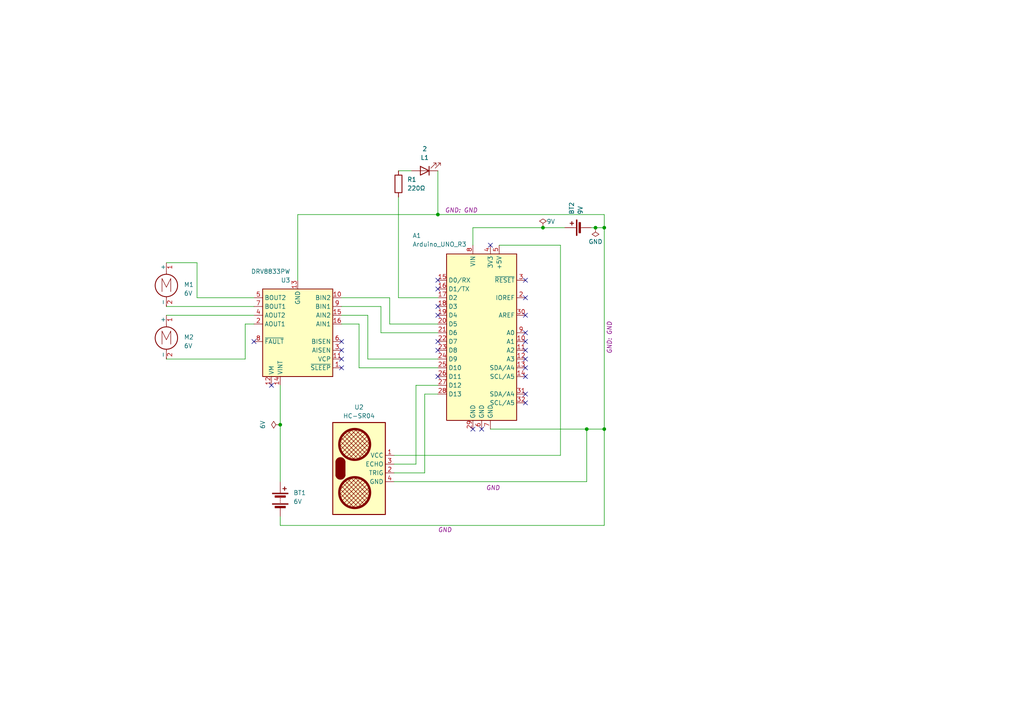
<source format=kicad_sch>
(kicad_sch (version 20250114) (generator "eeschema") (generator_version "9.0")
  (paper "A4")
  (lib_symbols
    (symbol "Device:Battery" (pin_numbers (hide yes)) (pin_names (offset 0) (hide yes))
      (property "Reference" "BT" (at 2.54 2.54 0))
      (property "Value" "Battery" (at 2.54 0 0))
      (symbol "Battery_0_1"
        (rectangle (start -2.286 1.778) (end 2.286 1.524) (fill (type outline)))
        (rectangle (start -2.286 -1.27) (end 2.286 -1.524) (fill (type outline)))
        (rectangle (start -1.524 1.016) (end 1.524 0.508) (fill (type outline)))
        (rectangle (start -1.524 -2.032) (end 1.524 -2.54) (fill (type outline)))
        (polyline (pts (xy 0 1.778) (xy 0 2.54)))
        (polyline (pts (xy 0 0) (xy 0 0.254)))
        (polyline (pts (xy 0 -0.508) (xy 0 -0.254)))
        (polyline (pts (xy 0 -1.016) (xy 0 -0.762)))
        (polyline (pts (xy 0.762 3.048) (xy 1.778 3.048)) (stroke (width 0.254)))
        (polyline (pts (xy 1.27 3.556) (xy 1.27 2.54)) (stroke (width 0.254)))
      )
      (symbol "Battery_1_1"
        (pin passive line (at 0 5.08 270) (length 2.54) (name "+") (number "1"))
        (pin passive line (at 0 -5.08 90) (length 2.54) (name "-") (number "2"))
      )
    )
    (symbol "Device:Battery_Cell" (pin_numbers (hide yes)) (pin_names (offset 0) (hide yes))
      (property "Reference" "BT" (at 2.54 2.54 0))
      (property "Value" "Battery_Cell" (at 2.54 0 0))
      (symbol "Battery_Cell_0_1"
        (rectangle (start -2.286 1.778) (end 2.286 1.524) (fill (type outline)))
        (rectangle (start -1.524 1.016) (end 1.524 0.508) (fill (type outline)))
        (polyline (pts (xy 0 1.778) (xy 0 2.54)))
        (polyline (pts (xy 0 0.762) (xy 0 0)))
        (polyline (pts (xy 0.762 3.048) (xy 1.778 3.048)) (stroke (width 0.254)))
        (polyline (pts (xy 1.27 3.556) (xy 1.27 2.54)) (stroke (width 0.254)))
      )
      (symbol "Battery_Cell_1_1"
        (pin passive line (at 0 5.08 270) (length 2.54) (name "+") (number "1"))
        (pin passive line (at 0 -2.54 90) (length 2.54) (name "-") (number "2"))
      )
    )
    (symbol "Device:LED" (pin_numbers (hide yes)) (pin_names (offset 1.016) (hide yes))
      (property "Reference" "D" (at 0 2.54 0))
      (property "Value" "LED" (at 0 -2.54 0))
      (symbol "LED_0_1"
        (polyline (pts (xy -3.048 -0.762) (xy -4.572 -2.286) (xy -3.81 -2.286) (xy -4.572 -2.286) (xy -4.572 -1.524)))
        (polyline (pts (xy -1.778 -0.762) (xy -3.302 -2.286) (xy -2.54 -2.286) (xy -3.302 -2.286) (xy -3.302 -1.524)))
        (polyline (pts (xy -1.27 0) (xy 1.27 0)))
        (polyline (pts (xy -1.27 -1.27) (xy -1.27 1.27)) (stroke (width 0.254)))
        (polyline (pts (xy 1.27 -1.27) (xy 1.27 1.27) (xy -1.27 0) (xy 1.27 -1.27)) (stroke (width 0.254)))
      )
      (symbol "LED_1_1"
        (pin passive line (at -3.81 0 0) (length 2.54) (name "K") (number "1"))
        (pin passive line (at 3.81 0 180) (length 2.54) (name "A") (number "2"))
      )
    )
    (symbol "Device:R" (pin_numbers (hide yes)) (pin_names (offset 0))
      (property "Reference" "R" (at 2.032 0 90))
      (property "Value" "R" (at 0 0 90))
      (symbol "R_0_1"
        (rectangle (start -1.016 -2.54) (end 1.016 2.54) (stroke (width 0.254)))
      )
      (symbol "R_1_1"
        (pin passive line (at 0 3.81 270) (length 1.27) (name "~") (number "1"))
        (pin passive line (at 0 -3.81 90) (length 1.27) (name "~") (number "2"))
      )
    )
    (symbol "Driver_Motor:DRV8833PW"
      (property "Reference" "U" (at -3.81 16.51 0))
      (property "Value" "DRV8833PW" (at -3.81 13.97 0))
      (symbol "DRV8833PW_0_1"
        (rectangle (start -10.16 12.7) (end 10.16 -12.7) (stroke (width 0.254)) (fill (type background)))
      )
      (symbol "DRV8833PW_1_1"
        (pin input line (at -12.7 10.16 0) (length 2.54) (name "~{SLEEP}") (number "1"))
        (pin bidirectional line (at -12.7 7.62 0) (length 2.54) (name "VCP") (number "11"))
        (pin bidirectional line (at -12.7 5.08 0) (length 2.54) (name "AISEN") (number "3"))
        (pin bidirectional line (at -12.7 2.54 0) (length 2.54) (name "BISEN") (number "6"))
        (pin input line (at -12.7 -2.54 0) (length 2.54) (name "AIN1") (number "16"))
        (pin input line (at -12.7 -5.08 0) (length 2.54) (name "AIN2") (number "15"))
        (pin input line (at -12.7 -7.62 0) (length 2.54) (name "BIN1") (number "9"))
        (pin input line (at -12.7 -10.16 0) (length 2.54) (name "BIN2") (number "10"))
        (pin power_in line (at 0 -15.24 90) (length 2.54) (name "GND") (number "13"))
        (pin power_in line (at 5.08 15.24 270) (length 2.54) (name "VINT") (number "14"))
        (pin power_in line (at 7.62 15.24 270) (length 2.54) (name "VM") (number "12"))
        (pin open_collector line (at 12.7 2.54 180) (length 2.54) (name "~{FAULT}") (number "8"))
        (pin power_out line (at 12.7 -2.54 180) (length 2.54) (name "AOUT1") (number "2"))
        (pin power_out line (at 12.7 -5.08 180) (length 2.54) (name "AOUT2") (number "4"))
        (pin power_out line (at 12.7 -7.62 180) (length 2.54) (name "BOUT1") (number "7"))
        (pin power_out line (at 12.7 -10.16 180) (length 2.54) (name "BOUT2") (number "5"))
      )
    )
    (symbol "MCU_Module:Arduino_UNO_R3"
      (property "Reference" "A" (at -10.16 23.495 0))
      (property "Value" "Arduino_UNO_R3" (at 5.08 -26.67 0))
      (symbol "Arduino_UNO_R3_0_1"
        (rectangle (start -10.16 22.86) (end 10.16 -25.4) (stroke (width 0.254)) (fill (type background)))
      )
      (symbol "Arduino_UNO_R3_1_1"
        (pin bidirectional line (at -12.7 15.24 0) (length 2.54) (name "D0/RX") (number "15"))
        (pin bidirectional line (at -12.7 12.7 0) (length 2.54) (name "D1/TX") (number "16"))
        (pin bidirectional line (at -12.7 10.16 0) (length 2.54) (name "D2") (number "17"))
        (pin bidirectional line (at -12.7 7.62 0) (length 2.54) (name "D3") (number "18"))
        (pin bidirectional line (at -12.7 5.08 0) (length 2.54) (name "D4") (number "19"))
        (pin bidirectional line (at -12.7 2.54 0) (length 2.54) (name "D5") (number "20"))
        (pin bidirectional line (at -12.7 0 0) (length 2.54) (name "D6") (number "21"))
        (pin bidirectional line (at -12.7 -2.54 0) (length 2.54) (name "D7") (number "22"))
        (pin bidirectional line (at -12.7 -5.08 0) (length 2.54) (name "D8") (number "23"))
        (pin bidirectional line (at -12.7 -7.62 0) (length 2.54) (name "D9") (number "24"))
        (pin bidirectional line (at -12.7 -10.16 0) (length 2.54) (name "D10") (number "25"))
        (pin bidirectional line (at -12.7 -12.7 0) (length 2.54) (name "D11") (number "26"))
        (pin bidirectional line (at -12.7 -15.24 0) (length 2.54) (name "D12") (number "27"))
        (pin bidirectional line (at -12.7 -17.78 0) (length 2.54) (name "D13") (number "28"))
        (pin no_connect line (at -10.16 -20.32 0) (length 2.54) (hide yes) (name "NC") (number "1"))
        (pin power_in line (at -2.54 25.4 270) (length 2.54) (name "VIN") (number "8"))
        (pin power_in line (at -2.54 -27.94 90) (length 2.54) (name "GND") (number "29"))
        (pin power_in line (at 0 -27.94 90) (length 2.54) (name "GND") (number "6"))
        (pin power_out line (at 2.54 25.4 270) (length 2.54) (name "3V3") (number "4"))
        (pin power_in line (at 2.54 -27.94 90) (length 2.54) (name "GND") (number "7"))
        (pin power_out line (at 5.08 25.4 270) (length 2.54) (name "+5V") (number "5"))
        (pin input line (at 12.7 15.24 180) (length 2.54) (name "~{RESET}") (number "3"))
        (pin output line (at 12.7 10.16 180) (length 2.54) (name "IOREF") (number "2"))
        (pin input line (at 12.7 5.08 180) (length 2.54) (name "AREF") (number "30"))
        (pin bidirectional line (at 12.7 0 180) (length 2.54) (name "A0") (number "9"))
        (pin bidirectional line (at 12.7 -2.54 180) (length 2.54) (name "A1") (number "10"))
        (pin bidirectional line (at 12.7 -5.08 180) (length 2.54) (name "A2") (number "11"))
        (pin bidirectional line (at 12.7 -7.62 180) (length 2.54) (name "A3") (number "12"))
        (pin bidirectional line (at 12.7 -10.16 180) (length 2.54) (name "SDA/A4") (number "13"))
        (pin bidirectional line (at 12.7 -12.7 180) (length 2.54) (name "SCL/A5") (number "14"))
        (pin bidirectional line (at 12.7 -17.78 180) (length 2.54) (name "SDA/A4") (number "31"))
        (pin bidirectional line (at 12.7 -20.32 180) (length 2.54) (name "SCL/A5") (number "32"))
      )
    )
    (symbol "Motor:Motor_DC" (pin_names (offset 0))
      (property "Reference" "M" (at 2.54 2.54 0))
      (property "Value" "Motor_DC" (at 2.54 -5.08 0))
      (symbol "Motor_DC_0_0"
        (polyline (pts (xy -1.27 -3.302) (xy -1.27 0.508) (xy 0 -2.032) (xy 1.27 0.508) (xy 1.27 -3.302)))
      )
      (symbol "Motor_DC_0_1"
        (polyline (pts (xy 0 2.032) (xy 0 2.54)))
        (polyline (pts (xy 0 1.7272) (xy 0 2.0828)))
        (circle (center 0 -1.524) (radius 3.2512) (stroke (width 0.254)))
        (polyline (pts (xy 0 -4.7752) (xy 0 -5.1816)))
        (polyline (pts (xy 0 -7.62) (xy 0 -7.112)))
      )
      (symbol "Motor_DC_1_1"
        (pin passive line (at 0 5.08 270) (length 2.54) (name "+") (number "1"))
        (pin passive line (at 0 -7.62 90) (length 2.54) (name "-") (number "2"))
      )
    )
    (symbol "PCM_SL_Breakout_Boards:HC-SR04_Ultrasonic_Sensor"
      (property "Reference" "U" (at -7.112 17.526 0))
      (property "Value" "HC-SR04_Ultrasonic_Sensor" (at -5.842 15.24 0))
      (symbol "HC-SR04_Ultrasonic_Sensor_0_1"
        (rectangle (start -15.24 13.335) (end 0 -13.335) (stroke (width 0.3)) (fill (type background)))
        (polyline (pts (xy -13.97 1.905) (xy -13.97 -1.905) (xy -12.065 -1.905) (xy -12.065 1.905) (xy -13.97 1.905)) (stroke (width 1)))
        (polyline (pts (xy -13.335 8.255) (xy -7.62 2.54)))
        (polyline (pts (xy -13.335 6.985) (xy -8.89 2.54)))
        (polyline (pts (xy -13.335 -5.715) (xy -7.62 -11.43)))
        (polyline (pts (xy -13.335 -6.985) (xy -8.89 -11.43)))
        (polyline (pts (xy -13.208 -1.778) (xy -13.208 1.524)) (stroke (width 2)))
        (arc (start -13.97 1.905) (mid -13.0175 2.7909) (end -12.065 1.905) (stroke (width 1)))
        (arc (start -12.065 -1.905) (mid -13.0175 -2.7425) (end -13.97 -1.905) (stroke (width 1)))
        (polyline (pts (xy -12.7 8.89) (xy -6.985 3.175)))
        (polyline (pts (xy -12.7 -5.08) (xy -6.985 -10.795)))
        (polyline (pts (xy -12.446 9.906) (xy -6.096 3.556)))
        (polyline (pts (xy -12.446 -4.064) (xy -6.096 -10.414)))
        (polyline (pts (xy -12.065 3.81) (xy -5.715 10.16)))
        (polyline (pts (xy -12.065 -10.16) (xy -5.715 -3.81)))
        (polyline (pts (xy -11.684 10.414) (xy -5.334 4.064)))
        (polyline (pts (xy -11.684 -3.556) (xy -5.334 -9.906)))
        (polyline (pts (xy -10.795 10.795) (xy -5.08 5.08)))
        (polyline (pts (xy -10.795 -3.175) (xy -5.08 -8.89)))
        (polyline (pts (xy -10.16 11.43) (xy -4.445 5.715)))
        (polyline (pts (xy -10.16 -2.54) (xy -4.445 -8.255)))
        (polyline (pts (xy -9.525 11.43) (xy -13.335 7.62)))
        (polyline (pts (xy -9.525 -2.54) (xy -13.335 -6.35)))
        (polyline (pts (xy -8.89 11.43) (xy -4.445 6.985)))
        (circle (center -8.89 6.985) (radius 4.445) (stroke (width 0.7)) (fill (type background)))
        (polyline (pts (xy -8.89 -2.54) (xy -4.445 -6.985)))
        (circle (center -8.89 -6.985) (radius 4.445) (stroke (width 0.7)))
        (polyline (pts (xy -8.255 11.43) (xy -13.335 6.35)))
        (polyline (pts (xy -8.255 -2.54) (xy -13.335 -7.62)))
        (polyline (pts (xy -7.62 10.795) (xy -12.7 5.715)))
        (polyline (pts (xy -7.62 -3.175) (xy -12.7 -8.255)))
        (polyline (pts (xy -6.35 10.795) (xy -12.7 4.445)))
        (polyline (pts (xy -6.35 -3.175) (xy -12.7 -9.525)))
        (polyline (pts (xy -5.08 9.525) (xy -11.43 3.175)))
        (polyline (pts (xy -5.08 -4.445) (xy -11.43 -10.795)))
        (polyline (pts (xy -4.572 8.636) (xy -10.668 2.794)))
        (polyline (pts (xy -4.572 -5.334) (xy -10.668 -11.176)))
        (polyline (pts (xy -4.445 7.62) (xy -9.525 2.54)))
        (polyline (pts (xy -4.445 6.35) (xy -8.255 2.54)))
        (polyline (pts (xy -4.445 -6.35) (xy -9.525 -11.43)))
        (polyline (pts (xy -4.445 -7.62) (xy -8.255 -11.43)))
      )
      (symbol "HC-SR04_Ultrasonic_Sensor_1_1"
        (pin power_in line (at 2.54 3.81 180) (length 2.54) (name "VCC") (number "1"))
        (pin output line (at 2.54 1.27 180) (length 2.54) (name "ECHO") (number "3"))
        (pin input line (at 2.54 -1.27 180) (length 2.54) (name "TRIG") (number "2"))
        (pin power_in line (at 2.54 -3.81 180) (length 2.54) (name "GND") (number "4"))
      )
    )
    (symbol "power:PWR_FLAG" (power) (pin_numbers (hide yes)) (pin_names (offset 0) (hide yes))
      (property "Value" "PWR_FLAG" (at 0 3.81 0))
      (symbol "PWR_FLAG_0_0"
        (pin power_out line (at 0 0 90) (length 0) (name "~") (number "1"))
      )
      (symbol "PWR_FLAG_0_1"
        (polyline (pts (xy 0 0) (xy 0 1.27) (xy -1.016 1.905) (xy 0 2.54) (xy 1.016 1.905) (xy 0 1.27)))
      )
    )
  )
  (junction (at 172.72 66.04))
  (junction (at 157.48 66.04))
  (junction (at 170.18 124.46))
  (junction (at 81.28 123.19))
  (junction (at 175.26 124.46))
  (junction (at 127 62.23))
  (junction (at 175.26 66.04))
  (no_connect (at 73.66 99.06))
  (no_connect (at 152.4 91.44))
  (no_connect (at 99.06 104.14))
  (no_connect (at 127 91.44))
  (no_connect (at 152.4 99.06))
  (no_connect (at 152.4 81.28))
  (no_connect (at 99.06 101.6))
  (no_connect (at 99.06 106.68))
  (no_connect (at 78.74 111.76))
  (no_connect (at 127 109.22))
  (no_connect (at 127 99.06))
  (no_connect (at 152.4 109.22))
  (no_connect (at 142.24 71.12))
  (no_connect (at 139.7 124.46))
  (no_connect (at 137.16 124.46))
  (no_connect (at 127 88.9))
  (no_connect (at 152.4 101.6))
  (no_connect (at 127 83.82))
  (no_connect (at 152.4 96.52))
  (no_connect (at 152.4 104.14))
  (no_connect (at 152.4 106.68))
  (no_connect (at 152.4 114.3))
  (no_connect (at 127 81.28))
  (no_connect (at 152.4 116.84))
  (no_connect (at 99.06 99.06))
  (no_connect (at 152.4 86.36))
  (no_connect (at 127 101.6))
  (wire (pts (xy 115.57 86.36) (xy 127 86.36)))
  (wire (pts (xy 170.18 124.46) (xy 175.26 124.46)))
  (wire (pts (xy 127 49.53) (xy 127 62.23)))
  (wire (pts (xy 170.18 124.46) (xy 170.18 139.7)))
  (wire (pts (xy 137.16 66.04) (xy 137.16 71.12)))
  (wire (pts (xy 115.57 49.53) (xy 119.38 49.53)))
  (wire (pts (xy 71.12 93.98) (xy 73.66 93.98)))
  (wire (pts (xy 157.48 66.04) (xy 137.16 66.04)))
  (wire (pts (xy 48.26 91.44) (xy 73.66 91.44)))
  (wire (pts (xy 127 106.68) (xy 104.14 106.68)))
  (wire (pts (xy 120.65 111.76) (xy 120.65 134.62)))
  (wire (pts (xy 104.14 106.68) (xy 104.14 93.98)))
  (wire (pts (xy 172.72 66.04) (xy 175.26 66.04)))
  (wire (pts (xy 175.26 66.04) (xy 175.26 124.46)))
  (wire (pts (xy 57.15 86.36) (xy 73.66 86.36)))
  (wire (pts (xy 162.56 71.12) (xy 162.56 132.08)))
  (wire (pts (xy 86.36 62.23) (xy 127 62.23)))
  (wire (pts (xy 99.06 93.98) (xy 104.14 93.98)))
  (wire (pts (xy 163.83 66.04) (xy 157.48 66.04)))
  (wire (pts (xy 114.3 134.62) (xy 120.65 134.62)))
  (wire (pts (xy 114.3 139.7) (xy 170.18 139.7)))
  (wire (pts (xy 99.06 91.44) (xy 106.68 91.44)))
  (wire (pts (xy 144.78 71.12) (xy 162.56 71.12)))
  (wire (pts (xy 123.19 114.3) (xy 123.19 137.16)))
  (wire (pts (xy 81.28 149.86) (xy 81.28 152.4)))
  (wire (pts (xy 48.26 88.9) (xy 73.66 88.9)))
  (wire (pts (xy 48.26 104.14) (xy 71.12 104.14)))
  (wire (pts (xy 175.26 124.46) (xy 175.26 152.4)))
  (wire (pts (xy 81.28 123.19) (xy 81.28 139.7)))
  (wire (pts (xy 171.45 66.04) (xy 172.72 66.04)))
  (wire (pts (xy 114.3 132.08) (xy 162.56 132.08)))
  (wire (pts (xy 113.03 93.98) (xy 127 93.98)))
  (wire (pts (xy 81.28 111.76) (xy 81.28 123.19)))
  (wire (pts (xy 110.49 96.52) (xy 110.49 88.9)))
  (wire (pts (xy 175.26 62.23) (xy 175.26 66.04)))
  (wire (pts (xy 57.15 76.2) (xy 57.15 86.36)))
  (wire (pts (xy 48.26 76.2) (xy 57.15 76.2)))
  (wire (pts (xy 106.68 104.14) (xy 127 104.14)))
  (wire (pts (xy 123.19 114.3) (xy 127 114.3)))
  (wire (pts (xy 86.36 62.23) (xy 86.36 81.28)))
  (wire (pts (xy 106.68 104.14) (xy 106.68 91.44)))
  (wire (pts (xy 114.3 137.16) (xy 123.19 137.16)))
  (wire (pts (xy 71.12 93.98) (xy 71.12 104.14)))
  (wire (pts (xy 113.03 93.98) (xy 113.03 86.36)))
  (wire (pts (xy 81.28 152.4) (xy 175.26 152.4)))
  (wire (pts (xy 110.49 96.52) (xy 127 96.52)))
  (wire (pts (xy 127 62.23) (xy 175.26 62.23)))
  (wire (pts (xy 120.65 111.76) (xy 127 111.76)))
  (wire (pts (xy 142.24 124.46) (xy 170.18 124.46)))
  (wire (pts (xy 99.06 86.36) (xy 113.03 86.36)))
  (wire (pts (xy 99.06 88.9) (xy 110.49 88.9)))
  (wire (pts (xy 115.57 57.15) (xy 115.57 86.36)))
  (label "" (at 175.26 102.87 0) (property "GND" "GND" (at 176.784 102.616 90) (show_name yes) (effects (font (italic yes)) (justify left))))
  (label "" (at 125.73 152.4 0) (property "GND" "GND" (effects (hide yes))) (property "GND" "GND" (effects (hide yes))) (property "GND" "GND" (effects (hide yes))))
  (label "" (at 129.54 62.23 0) (property "GND" "GND" (at 129.032 60.96 0) (show_name yes) (effects (font (italic yes)) (justify left))))
  (label "" (at 146.05 152.4 0))
  (label "" (at 140.97 139.7 0) (property "GND" "GND" (at 140.97 141.478 0) (effects (font (italic yes)) (justify left))))
  (label "" (at 143.51 66.04 0) (property "VIN" "9V" (effects (hide yes))))
  (label "" (at 127 152.4 0) (property "GND" "GND" (at 127 153.67 0) (effects (font (italic yes)) (justify left))))
  (label "" (at 139.7 139.7 0) (property "GND" "GND" (effects (hide yes))))
  (symbol (lib_id "Driver_Motor:DRV8833PW") (at 86.36 96.52 180) (unit 1)
    (property "Reference" "U3" (at 84.2167 81.28 0) (effects (justify left)))
    (property "Value" "DRV8833PW" (at 84.2167 78.74 0) (effects (justify left)))
    (property "Footprint" "Package_SO:TSSOP-16_4.4x5mm_P0.65mm" (effects (hide yes)))
    (property "Datasheet" "http://www.ti.com/lit/ds/symlink/drv8833.pdf" (effects (hide yes)))
    (property "Description" "Dual H-Bridge Motor Driver, TSSOP-16" (effects (hide yes)))
  )
  (symbol (lib_id "PCM_SL_Breakout_Boards:HC-SR04_Ultrasonic_Sensor") (at 111.76 135.89 0) (unit 1)
    (property "Reference" "U2" (at 104.14 118.11 0))
    (property "Value" "HC-SR04" (at 104.14 120.65 0))
    (property "Footprint" "PCM_SL_Breakout_Boards:HC-SR04_Ultrasonic_Sensor" (effects (hide yes)))
  )
  (symbol (lib_id "Motor:Motor_DC") (at 48.26 96.52 0) (unit 1)
    (property "Reference" "M2" (at 53.34 97.7899 0) (effects (justify left)))
    (property "Value" "6V" (at 53.34 100.3299 0) (effects (justify left)))
    (property "Description" "DC Motor" (effects (hide yes)))
  )
  (symbol (lib_id "power:PWR_FLAG") (at 172.72 66.04 180) (unit 1)
    (property "Reference" "#FLG03" (effects (hide yes)))
    (property "Value" "GND" (at 172.72 70.104 0))
    (property "Description" "Special symbol for telling ERC where power comes from" (effects (hide yes)))
  )
  (symbol (lib_id "power:PWR_FLAG") (at 81.28 123.19 90) (unit 1)
    (property "Reference" "#FLG02" (effects (hide yes)))
    (property "Value" "6V" (at 76.2 123.19 0))
    (property "Description" "Special symbol for telling ERC where power comes from" (effects (hide yes)))
  )
  (symbol (lib_id "Device:R") (at 115.57 53.34 0) (unit 1)
    (property "Reference" "R1" (at 118.11 52.0699 0) (effects (justify left)))
    (property "Value" "220Ω" (at 118.11 54.6099 0) (effects (justify left)))
    (property "Description" "Resistor" (effects (hide yes)))
    (property "Power" "0.25W" (effects (hide yes)))
  )
  (symbol (lib_id "Device:Battery") (at 81.28 144.78 0) (unit 1)
    (property "Reference" "BT1" (at 85.09 142.9384 0) (effects (justify left)))
    (property "Value" "6V" (at 85.09 145.4784 0) (effects (justify left)))
    (property "Description" "Multiple-cell battery" (effects (hide yes)))
  )
  (symbol (lib_id "MCU_Module:Arduino_UNO_R3") (at 139.7 96.52 0) (unit 1)
    (property "Reference" "A1" (at 119.634 68.326 0) (effects (justify left)))
    (property "Value" "Arduino_UNO_R3" (at 119.634 70.866 0) (effects (justify left)))
    (property "Footprint" "Module:Arduino_UNO_R3" (effects (hide yes)))
    (property "Datasheet" "https://www.arduino.cc/en/Main/arduinoBoardUno" (effects (hide yes)))
    (property "Description" "Arduino UNO Microcontroller Module, release 3" (effects (hide yes)))
  )
  (symbol (lib_id "power:PWR_FLAG") (at 157.48 66.04 0) (unit 1)
    (property "Reference" "#FLG01" (effects (hide yes)))
    (property "Value" "9V" (at 159.766 64.262 0))
    (property "Description" "Special symbol for telling ERC where power comes from" (effects (hide yes)))
  )
  (symbol (lib_id "Motor:Motor_DC") (at 48.26 81.28 0) (unit 1)
    (property "Reference" "M1" (at 53.34 82.5499 0) (effects (justify left)))
    (property "Value" "6V" (at 53.34 85.0899 0) (effects (justify left)))
    (property "Description" "DC Motor" (effects (hide yes)))
  )
  (symbol (lib_id "Device:LED") (at 123.19 49.53 180) (unit 1)
    (property "Reference" "L1" (at 123.19 45.72 0))
    (property "Value" "2" (at 123.19 43.18 0))
    (property "Description" "Light emitting diode" (effects (hide yes)))
    (property "Sim.Pins" "1=K 2=A" (effects (hide yes)))
    (property "Color" "RED" (effects (hide yes)))
  )
  (symbol (lib_id "Device:Battery_Cell") (at 168.91 66.04 90) (unit 1)
    (property "Reference" "BT2" (at 165.7984 62.23 0) (effects (justify left)))
    (property "Value" "9V" (at 168.3384 62.23 0) (effects (justify left)))
    (property "Description" "Single-cell battery" (effects (hide yes)))
  )
)
</source>
